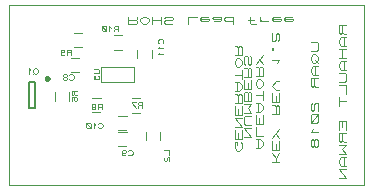
<source format=gbr>
G04 PROTEUS GERBER X2 FILE*
%TF.GenerationSoftware,Labcenter,Proteus,8.5-SP0-Build22067*%
%TF.CreationDate,2018-05-23T12:33:45+00:00*%
%TF.FileFunction,Legend,Bot*%
%TF.FilePolarity,Positive*%
%TF.Part,Single*%
%FSLAX45Y45*%
%MOMM*%
G01*
%TA.AperFunction,Profile*%
%ADD28C,0.101600*%
%TA.AperFunction,Material*%
%ADD73C,0.101600*%
%ADD30C,0.250000*%
%ADD31C,0.200000*%
D28*
X-1490000Y-760000D02*
X+1510000Y-760000D01*
X+1510000Y+760000D01*
X-1490000Y+760000D01*
X-1490000Y-760000D01*
D73*
X-711790Y+108710D02*
X-432390Y+108710D01*
X-432390Y+235710D01*
X-711790Y+235710D01*
X-711790Y+108710D01*
X-777830Y+221740D02*
X-739730Y+221740D01*
X-732110Y+215390D01*
X-732110Y+189990D01*
X-739730Y+183640D01*
X-777830Y+183640D01*
X-777830Y+132840D02*
X-777830Y+164590D01*
X-762590Y+164590D01*
X-762590Y+139190D01*
X-754970Y+132840D01*
X-739730Y+132840D01*
X-732110Y+139190D01*
X-732110Y+158240D01*
X-739730Y+164590D01*
X-943060Y+405060D02*
X-874480Y+405060D01*
X-943060Y+526980D02*
X-871940Y+526980D01*
X-969240Y+339020D02*
X-969240Y+384740D01*
X-1000990Y+384740D01*
X-1007340Y+377120D01*
X-1007340Y+369500D01*
X-1000990Y+361880D01*
X-969240Y+361880D01*
X-1000990Y+361880D02*
X-1007340Y+354260D01*
X-1007340Y+339020D01*
X-1058140Y+369500D02*
X-1051790Y+361880D01*
X-1032740Y+361880D01*
X-1026390Y+369500D01*
X-1026390Y+377120D01*
X-1032740Y+384740D01*
X-1051790Y+384740D01*
X-1058140Y+377120D01*
X-1058140Y+346640D01*
X-1051790Y+339020D01*
X-1032740Y+339020D01*
X-607060Y+386080D02*
X-538480Y+386080D01*
X-607060Y+508000D02*
X-535940Y+508000D01*
X-567840Y+540040D02*
X-567840Y+585760D01*
X-599590Y+585760D01*
X-605940Y+578140D01*
X-605940Y+570520D01*
X-599590Y+562900D01*
X-567840Y+562900D01*
X-599590Y+562900D02*
X-605940Y+555280D01*
X-605940Y+540040D01*
X-631340Y+570520D02*
X-644040Y+585760D01*
X-644040Y+540040D01*
X-669440Y+547660D02*
X-669440Y+578140D01*
X-675790Y+585760D01*
X-701190Y+585760D01*
X-707540Y+578140D01*
X-707540Y+547660D01*
X-701190Y+540040D01*
X-675790Y+540040D01*
X-669440Y+547660D01*
X-669440Y+540040D02*
X-707540Y+585760D01*
X-406400Y+383540D02*
X-406400Y+314960D01*
X-284480Y+383540D02*
X-284480Y+312420D01*
X-194340Y+438620D02*
X-186720Y+444970D01*
X-186720Y+464020D01*
X-201960Y+476720D01*
X-217200Y+476720D01*
X-232440Y+464020D01*
X-232440Y+444970D01*
X-224820Y+438620D01*
X-217200Y+413220D02*
X-232440Y+400520D01*
X-186720Y+400520D01*
X-217200Y+362420D02*
X-232440Y+349720D01*
X-186720Y+349720D01*
X-383660Y-28100D02*
X-452240Y-28100D01*
X-383660Y-150020D02*
X-454780Y-150020D01*
X-365880Y-107780D02*
X-365880Y-62060D01*
X-397630Y-62060D01*
X-403980Y-69680D01*
X-403980Y-77300D01*
X-397630Y-84920D01*
X-365880Y-84920D01*
X-397630Y-84920D02*
X-403980Y-92540D01*
X-403980Y-107780D01*
X-423030Y-62060D02*
X-454780Y-62060D01*
X-454780Y-69680D01*
X-423030Y-107780D01*
X-789700Y-144940D02*
X-721120Y-144940D01*
X-789700Y-23020D02*
X-718580Y-23020D01*
X-705880Y-120980D02*
X-705880Y-75260D01*
X-737630Y-75260D01*
X-743980Y-82880D01*
X-743980Y-90500D01*
X-737630Y-98120D01*
X-705880Y-98120D01*
X-737630Y-98120D02*
X-743980Y-105740D01*
X-743980Y-120980D01*
X-769380Y-98120D02*
X-763030Y-90500D01*
X-763030Y-82880D01*
X-769380Y-75260D01*
X-788430Y-75260D01*
X-794780Y-82880D01*
X-794780Y-90500D01*
X-788430Y-98120D01*
X-769380Y-98120D01*
X-763030Y-105740D01*
X-763030Y-113360D01*
X-769380Y-120980D01*
X-788430Y-120980D01*
X-794780Y-113360D01*
X-794780Y-105740D01*
X-788430Y-98120D01*
X-969700Y+195060D02*
X-901120Y+195060D01*
X-969700Y+316980D02*
X-898580Y+316980D01*
X-983980Y+136640D02*
X-977630Y+129020D01*
X-958580Y+129020D01*
X-945880Y+144260D01*
X-945880Y+159500D01*
X-958580Y+174740D01*
X-977630Y+174740D01*
X-983980Y+167120D01*
X-1009380Y+151880D02*
X-1003030Y+159500D01*
X-1003030Y+167120D01*
X-1009380Y+174740D01*
X-1028430Y+174740D01*
X-1034780Y+167120D01*
X-1034780Y+159500D01*
X-1028430Y+151880D01*
X-1009380Y+151880D01*
X-1003030Y+144260D01*
X-1003030Y+136640D01*
X-1009380Y+129020D01*
X-1028430Y+129020D01*
X-1034780Y+136640D01*
X-1034780Y+144260D01*
X-1028430Y+151880D01*
D30*
X-1157500Y+140000D02*
X-1157543Y+141039D01*
X-1157895Y+143118D01*
X-1158632Y+145197D01*
X-1159836Y+147276D01*
X-1161677Y+149326D01*
X-1163756Y+150829D01*
X-1165835Y+151786D01*
X-1167914Y+152325D01*
X-1169993Y+152500D01*
X-1170000Y+152500D01*
X-1182500Y+140000D02*
X-1182457Y+141039D01*
X-1182105Y+143118D01*
X-1181368Y+145197D01*
X-1180164Y+147276D01*
X-1178323Y+149326D01*
X-1176244Y+150829D01*
X-1174165Y+151786D01*
X-1172086Y+152325D01*
X-1170007Y+152500D01*
X-1170000Y+152500D01*
X-1182500Y+140000D02*
X-1182457Y+138961D01*
X-1182105Y+136882D01*
X-1181368Y+134803D01*
X-1180164Y+132724D01*
X-1178323Y+130674D01*
X-1176244Y+129171D01*
X-1174165Y+128214D01*
X-1172086Y+127675D01*
X-1170007Y+127500D01*
X-1170000Y+127500D01*
X-1157500Y+140000D02*
X-1157543Y+138961D01*
X-1157895Y+136882D01*
X-1158632Y+134803D01*
X-1159836Y+132724D01*
X-1161677Y+130674D01*
X-1163756Y+129171D01*
X-1165835Y+128214D01*
X-1167914Y+127675D01*
X-1169993Y+127500D01*
X-1170000Y+127500D01*
D31*
X-1275000Y-110000D02*
X-1325000Y-110000D01*
X-1325000Y+110000D01*
X-1275000Y+110000D01*
X-1275000Y-110000D01*
D73*
X-1249200Y+210720D02*
X-1261900Y+225960D01*
X-1274600Y+225960D01*
X-1287300Y+210720D01*
X-1287300Y+195480D01*
X-1274600Y+180240D01*
X-1261900Y+180240D01*
X-1249200Y+195480D01*
X-1249200Y+210720D01*
X-1274600Y+195480D02*
X-1287300Y+180240D01*
X-1312700Y+210720D02*
X-1325400Y+225960D01*
X-1325400Y+180240D01*
X-984940Y-46220D02*
X-984940Y+22360D01*
X-1106860Y-46220D02*
X-1106860Y+24900D01*
X-918900Y+37600D02*
X-964620Y+37600D01*
X-964620Y+5850D01*
X-957000Y-500D01*
X-949380Y-500D01*
X-941760Y+5850D01*
X-941760Y+37600D01*
X-941760Y+5850D02*
X-934140Y-500D01*
X-918900Y-500D01*
X-957000Y-51300D02*
X-964620Y-44950D01*
X-964620Y-25900D01*
X-957000Y-19550D01*
X-926520Y-19550D01*
X-918900Y-25900D01*
X-918900Y-44950D01*
X-926520Y-51300D01*
X-934140Y-51300D01*
X-941760Y-44950D01*
X-941760Y-19550D01*
X-211580Y-379700D02*
X-211580Y-311120D01*
X-333500Y-379700D02*
X-333500Y-308580D01*
X-181260Y-465880D02*
X-135540Y-465880D01*
X-135540Y-503980D01*
X-173640Y-523030D02*
X-181260Y-529380D01*
X-181260Y-548430D01*
X-173640Y-554780D01*
X-166020Y-554780D01*
X-158400Y-548430D01*
X-158400Y-529380D01*
X-150780Y-523030D01*
X-135540Y-523030D01*
X-135540Y-554780D01*
X-569700Y-294940D02*
X-501120Y-294940D01*
X-569700Y-173020D02*
X-498580Y-173020D01*
X-738580Y-273360D02*
X-732230Y-280980D01*
X-713180Y-280980D01*
X-700480Y-265740D01*
X-700480Y-250500D01*
X-713180Y-235260D01*
X-732230Y-235260D01*
X-738580Y-242880D01*
X-763980Y-250500D02*
X-776680Y-235260D01*
X-776680Y-280980D01*
X-802080Y-273360D02*
X-802080Y-242880D01*
X-808430Y-235260D01*
X-833830Y-235260D01*
X-840180Y-242880D01*
X-840180Y-273360D01*
X-833830Y-280980D01*
X-808430Y-280980D01*
X-802080Y-273360D01*
X-802080Y-280980D02*
X-840180Y-235260D01*
X-569700Y-434940D02*
X-501120Y-434940D01*
X-569700Y-313020D02*
X-498580Y-313020D01*
X-483980Y-503360D02*
X-477630Y-510980D01*
X-458580Y-510980D01*
X-445880Y-495740D01*
X-445880Y-480500D01*
X-458580Y-465260D01*
X-477630Y-465260D01*
X-483980Y-472880D01*
X-534780Y-480500D02*
X-528430Y-488120D01*
X-509380Y-488120D01*
X-503030Y-480500D01*
X-503030Y-472880D01*
X-509380Y-465260D01*
X-528430Y-465260D01*
X-534780Y-472880D01*
X-534780Y-503360D01*
X-528430Y-510980D01*
X-509380Y-510980D01*
X+1358600Y+595860D02*
X+1297640Y+595860D01*
X+1297640Y+532360D01*
X+1307800Y+519660D01*
X+1317960Y+519660D01*
X+1328120Y+532360D01*
X+1328120Y+595860D01*
X+1328120Y+532360D02*
X+1338280Y+519660D01*
X+1358600Y+519660D01*
X+1358600Y+494260D02*
X+1317960Y+494260D01*
X+1297640Y+468860D01*
X+1297640Y+443460D01*
X+1317960Y+418060D01*
X+1358600Y+418060D01*
X+1338280Y+494260D02*
X+1338280Y+418060D01*
X+1358600Y+392660D02*
X+1297640Y+392660D01*
X+1297640Y+316460D02*
X+1358600Y+316460D01*
X+1328120Y+392660D02*
X+1328120Y+316460D01*
X+1358600Y+291060D02*
X+1317960Y+291060D01*
X+1297640Y+265660D01*
X+1297640Y+240260D01*
X+1317960Y+214860D01*
X+1358600Y+214860D01*
X+1338280Y+291060D02*
X+1338280Y+214860D01*
X+1297640Y+189460D02*
X+1348440Y+189460D01*
X+1358600Y+176760D01*
X+1358600Y+125960D01*
X+1348440Y+113260D01*
X+1297640Y+113260D01*
X+1297640Y+87860D02*
X+1358600Y+87860D01*
X+1358600Y+11660D01*
X+1297640Y-13740D02*
X+1297640Y-89940D01*
X+1297640Y-51840D02*
X+1358600Y-51840D01*
X+1358600Y-293140D02*
X+1358600Y-216940D01*
X+1297640Y-216940D01*
X+1297640Y-293140D01*
X+1328120Y-216940D02*
X+1328120Y-267740D01*
X+1358600Y-318540D02*
X+1297640Y-318540D01*
X+1297640Y-382040D01*
X+1307800Y-394740D01*
X+1317960Y-394740D01*
X+1328120Y-382040D01*
X+1328120Y-318540D01*
X+1328120Y-382040D02*
X+1338280Y-394740D01*
X+1358600Y-394740D01*
X+1297640Y-420140D02*
X+1358600Y-420140D01*
X+1328120Y-458240D01*
X+1358600Y-496340D01*
X+1297640Y-496340D01*
X+1358600Y-521740D02*
X+1317960Y-521740D01*
X+1297640Y-547140D01*
X+1297640Y-572540D01*
X+1317960Y-597940D01*
X+1358600Y-597940D01*
X+1338280Y-521740D02*
X+1338280Y-597940D01*
X+1358600Y-623340D02*
X+1297640Y-623340D01*
X+1358600Y-699540D01*
X+1297640Y-699540D01*
X+1059180Y+452120D02*
X+1109980Y+452120D01*
X+1120140Y+439420D01*
X+1120140Y+388620D01*
X+1109980Y+375920D01*
X+1059180Y+375920D01*
X+1079500Y+350520D02*
X+1059180Y+325120D01*
X+1059180Y+299720D01*
X+1079500Y+274320D01*
X+1099820Y+274320D01*
X+1120140Y+299720D01*
X+1120140Y+325120D01*
X+1099820Y+350520D01*
X+1079500Y+350520D01*
X+1099820Y+299720D02*
X+1120140Y+274320D01*
X+1120140Y+248920D02*
X+1079500Y+248920D01*
X+1059180Y+223520D01*
X+1059180Y+198120D01*
X+1079500Y+172720D01*
X+1120140Y+172720D01*
X+1099820Y+248920D02*
X+1099820Y+172720D01*
X+1120140Y+147320D02*
X+1059180Y+147320D01*
X+1059180Y+83820D01*
X+1069340Y+71120D01*
X+1079500Y+71120D01*
X+1089660Y+83820D01*
X+1089660Y+147320D01*
X+1089660Y+83820D02*
X+1099820Y+71120D01*
X+1120140Y+71120D01*
X+1069340Y-68580D02*
X+1059180Y-81280D01*
X+1059180Y-119380D01*
X+1069340Y-132080D01*
X+1079500Y-132080D01*
X+1089660Y-119380D01*
X+1089660Y-81280D01*
X+1099820Y-68580D01*
X+1120140Y-68580D01*
X+1120140Y-132080D01*
X+1109980Y-157480D02*
X+1069340Y-157480D01*
X+1059180Y-170180D01*
X+1059180Y-220980D01*
X+1069340Y-233680D01*
X+1109980Y-233680D01*
X+1120140Y-220980D01*
X+1120140Y-170180D01*
X+1109980Y-157480D01*
X+1120140Y-157480D02*
X+1059180Y-233680D01*
X+1079500Y-284480D02*
X+1059180Y-309880D01*
X+1120140Y-309880D01*
X+1089660Y-386080D02*
X+1079500Y-373380D01*
X+1069340Y-373380D01*
X+1059180Y-386080D01*
X+1059180Y-424180D01*
X+1069340Y-436880D01*
X+1079500Y-436880D01*
X+1089660Y-424180D01*
X+1089660Y-386080D01*
X+1099820Y-373380D01*
X+1109980Y-373380D01*
X+1120140Y-386080D01*
X+1120140Y-424180D01*
X+1109980Y-436880D01*
X+1099820Y-436880D01*
X+1089660Y-424180D01*
X+593909Y-443902D02*
X+634549Y-443902D01*
X+654869Y-418502D01*
X+654869Y-393102D01*
X+634549Y-367702D01*
X+593909Y-367702D01*
X+614229Y-443902D02*
X+614229Y-367702D01*
X+654869Y-342302D02*
X+593909Y-342302D01*
X+593909Y-266102D01*
X+593909Y-164502D02*
X+593909Y-240702D01*
X+654869Y-240702D01*
X+654869Y-164502D01*
X+624389Y-240702D02*
X+624389Y-189902D01*
X+593909Y-139102D02*
X+634549Y-139102D01*
X+654869Y-113702D01*
X+654869Y-88302D01*
X+634549Y-62902D01*
X+593909Y-62902D01*
X+614229Y-139102D02*
X+614229Y-62902D01*
X+654869Y-37502D02*
X+654869Y+38698D01*
X+654869Y+598D02*
X+593909Y+598D01*
X+634549Y+64098D02*
X+654869Y+89498D01*
X+654869Y+114898D01*
X+634549Y+140298D01*
X+614229Y+140298D01*
X+593909Y+114898D01*
X+593909Y+89498D01*
X+614229Y+64098D01*
X+634549Y+64098D01*
X+593909Y+165698D02*
X+654869Y+165698D01*
X+654869Y+229198D01*
X+644709Y+241898D01*
X+634549Y+241898D01*
X+624389Y+229198D01*
X+624389Y+165698D01*
X+624389Y+229198D02*
X+614229Y+241898D01*
X+593909Y+241898D01*
X+654869Y+343498D02*
X+593909Y+267298D01*
X+654869Y+267298D02*
X+624389Y+305398D01*
X+497840Y-353060D02*
X+558800Y-353060D01*
X+497840Y-276860D01*
X+558800Y-276860D01*
X+558800Y-251460D02*
X+508000Y-251460D01*
X+497840Y-238760D01*
X+497840Y-187960D01*
X+508000Y-175260D01*
X+558800Y-175260D01*
X+497840Y-149860D02*
X+558800Y-149860D01*
X+528320Y-111760D01*
X+558800Y-73660D01*
X+497840Y-73660D01*
X+497840Y-48260D02*
X+558800Y-48260D01*
X+558800Y+15240D01*
X+548640Y+27940D01*
X+538480Y+27940D01*
X+528320Y+15240D01*
X+518160Y+27940D01*
X+508000Y+27940D01*
X+497840Y+15240D01*
X+497840Y-48260D01*
X+528320Y-48260D02*
X+528320Y+15240D01*
X+497840Y+129540D02*
X+497840Y+53340D01*
X+558800Y+53340D01*
X+558800Y+129540D01*
X+528320Y+53340D02*
X+528320Y+104140D01*
X+497840Y+154940D02*
X+558800Y+154940D01*
X+558800Y+218440D01*
X+548640Y+231140D01*
X+538480Y+231140D01*
X+528320Y+218440D01*
X+528320Y+154940D01*
X+528320Y+218440D02*
X+518160Y+231140D01*
X+497840Y+231140D01*
X+508000Y+256540D02*
X+497840Y+269240D01*
X+497840Y+320040D01*
X+508000Y+332740D01*
X+518160Y+332740D01*
X+528320Y+320040D01*
X+528320Y+269240D01*
X+538480Y+256540D01*
X+548640Y+256540D01*
X+558800Y+269240D01*
X+558800Y+320040D01*
X+548640Y+332740D01*
X+435990Y-425490D02*
X+435990Y-400090D01*
X+415670Y-400090D01*
X+415670Y-450890D01*
X+435990Y-476290D01*
X+456310Y-476290D01*
X+476630Y-450890D01*
X+476630Y-412790D01*
X+466470Y-400090D01*
X+415670Y-298490D02*
X+415670Y-374690D01*
X+476630Y-374690D01*
X+476630Y-298490D01*
X+446150Y-374690D02*
X+446150Y-323890D01*
X+415670Y-273090D02*
X+476630Y-273090D01*
X+415670Y-196890D01*
X+476630Y-196890D01*
X+415670Y-95290D02*
X+415670Y-171490D01*
X+476630Y-171490D01*
X+476630Y-95290D01*
X+446150Y-171490D02*
X+446150Y-120690D01*
X+415670Y-69890D02*
X+476630Y-69890D01*
X+476630Y-6390D01*
X+466470Y+6310D01*
X+456310Y+6310D01*
X+446150Y-6390D01*
X+446150Y-69890D01*
X+446150Y-6390D02*
X+435990Y+6310D01*
X+415670Y+6310D01*
X+415670Y+31710D02*
X+456310Y+31710D01*
X+476630Y+57110D01*
X+476630Y+82510D01*
X+456310Y+107910D01*
X+415670Y+107910D01*
X+435990Y+31710D02*
X+435990Y+107910D01*
X+476630Y+133310D02*
X+476630Y+209510D01*
X+476630Y+171410D02*
X+415670Y+171410D01*
X+456310Y+234910D02*
X+476630Y+260310D01*
X+476630Y+285710D01*
X+456310Y+311110D01*
X+435990Y+311110D01*
X+415670Y+285710D01*
X+415670Y+260310D01*
X+435990Y+234910D01*
X+456310Y+234910D01*
X+415670Y+336510D02*
X+476630Y+336510D01*
X+476630Y+400010D01*
X+466470Y+412710D01*
X+456310Y+412710D01*
X+446150Y+400010D01*
X+446150Y+336510D01*
X+446150Y+400010D02*
X+435990Y+412710D01*
X+415670Y+412710D01*
X+795283Y-569071D02*
X+734323Y-569071D01*
X+795283Y-492871D02*
X+764803Y-530971D01*
X+734323Y-492871D01*
X+764803Y-569071D02*
X+764803Y-530971D01*
X+734323Y-391271D02*
X+734323Y-467471D01*
X+795283Y-467471D01*
X+795283Y-391271D01*
X+764803Y-467471D02*
X+764803Y-416671D01*
X+795283Y-289671D02*
X+734323Y-365871D01*
X+795283Y-365871D02*
X+764803Y-327771D01*
X+734323Y-162671D02*
X+795283Y-162671D01*
X+795283Y-99171D01*
X+785123Y-86471D01*
X+774963Y-86471D01*
X+764803Y-99171D01*
X+764803Y-162671D01*
X+764803Y-99171D02*
X+754643Y-86471D01*
X+734323Y-86471D01*
X+734323Y+15129D02*
X+734323Y-61071D01*
X+795283Y-61071D01*
X+795283Y+15129D01*
X+764803Y-61071D02*
X+764803Y-10271D01*
X+795283Y+40529D02*
X+764803Y+40529D01*
X+734323Y+78629D01*
X+764803Y+116729D01*
X+795283Y+116729D01*
X+774963Y+269129D02*
X+795283Y+294529D01*
X+734323Y+294529D01*
X+744483Y+383429D02*
X+744483Y+396129D01*
X+734323Y+396129D01*
X+734323Y+383429D01*
X+744483Y+383429D01*
X+785123Y+459629D02*
X+795283Y+472329D01*
X+795283Y+510429D01*
X+785123Y+523129D01*
X+774963Y+523129D01*
X+764803Y+510429D01*
X+764803Y+472329D01*
X+754643Y+459629D01*
X+734323Y+459629D01*
X+734323Y+523129D01*
X-482600Y+665480D02*
X-482600Y+604520D01*
X-419100Y+604520D01*
X-406400Y+614680D01*
X-406400Y+624840D01*
X-419100Y+635000D01*
X-482600Y+635000D01*
X-419100Y+635000D02*
X-406400Y+645160D01*
X-406400Y+665480D01*
X-381000Y+624840D02*
X-355600Y+604520D01*
X-330200Y+604520D01*
X-304800Y+624840D01*
X-304800Y+645160D01*
X-330200Y+665480D01*
X-355600Y+665480D01*
X-381000Y+645160D01*
X-381000Y+624840D01*
X-279400Y+665480D02*
X-279400Y+604520D01*
X-203200Y+604520D02*
X-203200Y+665480D01*
X-279400Y+635000D02*
X-203200Y+635000D01*
X-177800Y+655320D02*
X-165100Y+665480D01*
X-114300Y+665480D01*
X-101600Y+655320D01*
X-101600Y+645160D01*
X-114300Y+635000D01*
X-165100Y+635000D01*
X-177800Y+624840D01*
X-177800Y+614680D01*
X-165100Y+604520D01*
X-114300Y+604520D01*
X-101600Y+614680D01*
X+25400Y+604520D02*
X+25400Y+665480D01*
X+101600Y+665480D01*
X+127000Y+645160D02*
X+203200Y+645160D01*
X+203200Y+635000D01*
X+190500Y+624840D01*
X+139700Y+624840D01*
X+127000Y+635000D01*
X+127000Y+655320D01*
X+139700Y+665480D01*
X+190500Y+665480D01*
X+241300Y+624840D02*
X+292100Y+624840D01*
X+304800Y+635000D01*
X+304800Y+665480D01*
X+241300Y+665480D01*
X+228600Y+655320D01*
X+241300Y+645160D01*
X+304800Y+645160D01*
X+406400Y+635000D02*
X+393700Y+624840D01*
X+342900Y+624840D01*
X+330200Y+635000D01*
X+330200Y+655320D01*
X+342900Y+665480D01*
X+393700Y+665480D01*
X+406400Y+655320D01*
X+406400Y+665480D02*
X+406400Y+604520D01*
X+546100Y+665480D02*
X+546100Y+614680D01*
X+558800Y+604520D01*
X+596900Y+604520D01*
X+609600Y+614680D01*
X+533400Y+635000D02*
X+584200Y+635000D01*
X+635000Y+665480D02*
X+635000Y+624840D01*
X+635000Y+635000D02*
X+647700Y+624840D01*
X+698500Y+624840D01*
X+711200Y+635000D01*
X+736600Y+645160D02*
X+812800Y+645160D01*
X+812800Y+635000D01*
X+800100Y+624840D01*
X+749300Y+624840D01*
X+736600Y+635000D01*
X+736600Y+655320D01*
X+749300Y+665480D01*
X+800100Y+665480D01*
X+838200Y+645160D02*
X+914400Y+645160D01*
X+914400Y+635000D01*
X+901700Y+624840D01*
X+850900Y+624840D01*
X+838200Y+635000D01*
X+838200Y+655320D01*
X+850900Y+665480D01*
X+901700Y+665480D01*
M02*

</source>
